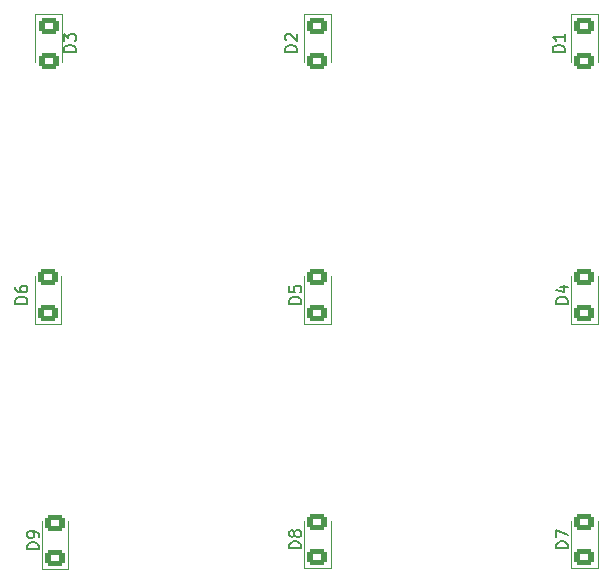
<source format=gto>
G04 #@! TF.GenerationSoftware,KiCad,Pcbnew,7.0.9*
G04 #@! TF.CreationDate,2023-11-26T00:11:53+01:00*
G04 #@! TF.ProjectId,v1,76312e6b-6963-4616-945f-706362585858,rev?*
G04 #@! TF.SameCoordinates,Original*
G04 #@! TF.FileFunction,Legend,Top*
G04 #@! TF.FilePolarity,Positive*
%FSLAX46Y46*%
G04 Gerber Fmt 4.6, Leading zero omitted, Abs format (unit mm)*
G04 Created by KiCad (PCBNEW 7.0.9) date 2023-11-26 00:11:53*
%MOMM*%
%LPD*%
G01*
G04 APERTURE LIST*
G04 Aperture macros list*
%AMRoundRect*
0 Rectangle with rounded corners*
0 $1 Rounding radius*
0 $2 $3 $4 $5 $6 $7 $8 $9 X,Y pos of 4 corners*
0 Add a 4 corners polygon primitive as box body*
4,1,4,$2,$3,$4,$5,$6,$7,$8,$9,$2,$3,0*
0 Add four circle primitives for the rounded corners*
1,1,$1+$1,$2,$3*
1,1,$1+$1,$4,$5*
1,1,$1+$1,$6,$7*
1,1,$1+$1,$8,$9*
0 Add four rect primitives between the rounded corners*
20,1,$1+$1,$2,$3,$4,$5,0*
20,1,$1+$1,$4,$5,$6,$7,0*
20,1,$1+$1,$6,$7,$8,$9,0*
20,1,$1+$1,$8,$9,$2,$3,0*%
G04 Aperture macros list end*
%ADD10C,0.150000*%
%ADD11C,0.120000*%
%ADD12R,0.850000X0.850000*%
%ADD13O,0.850000X0.850000*%
%ADD14RoundRect,0.250001X-0.624999X0.462499X-0.624999X-0.462499X0.624999X-0.462499X0.624999X0.462499X0*%
%ADD15RoundRect,0.250001X0.624999X-0.462499X0.624999X0.462499X-0.624999X0.462499X-0.624999X-0.462499X0*%
%ADD16C,0.650000*%
%ADD17O,0.650000X0.950000*%
%ADD18O,1.400000X0.800000*%
G04 APERTURE END LIST*
D10*
X127274819Y-80738094D02*
X126274819Y-80738094D01*
X126274819Y-80738094D02*
X126274819Y-80499999D01*
X126274819Y-80499999D02*
X126322438Y-80357142D01*
X126322438Y-80357142D02*
X126417676Y-80261904D01*
X126417676Y-80261904D02*
X126512914Y-80214285D01*
X126512914Y-80214285D02*
X126703390Y-80166666D01*
X126703390Y-80166666D02*
X126846247Y-80166666D01*
X126846247Y-80166666D02*
X127036723Y-80214285D01*
X127036723Y-80214285D02*
X127131961Y-80261904D01*
X127131961Y-80261904D02*
X127227200Y-80357142D01*
X127227200Y-80357142D02*
X127274819Y-80499999D01*
X127274819Y-80499999D02*
X127274819Y-80738094D01*
X126274819Y-79833332D02*
X126274819Y-79214285D01*
X126274819Y-79214285D02*
X126655771Y-79547618D01*
X126655771Y-79547618D02*
X126655771Y-79404761D01*
X126655771Y-79404761D02*
X126703390Y-79309523D01*
X126703390Y-79309523D02*
X126751009Y-79261904D01*
X126751009Y-79261904D02*
X126846247Y-79214285D01*
X126846247Y-79214285D02*
X127084342Y-79214285D01*
X127084342Y-79214285D02*
X127179580Y-79261904D01*
X127179580Y-79261904D02*
X127227200Y-79309523D01*
X127227200Y-79309523D02*
X127274819Y-79404761D01*
X127274819Y-79404761D02*
X127274819Y-79690475D01*
X127274819Y-79690475D02*
X127227200Y-79785713D01*
X127227200Y-79785713D02*
X127179580Y-79833332D01*
X124154819Y-122825594D02*
X123154819Y-122825594D01*
X123154819Y-122825594D02*
X123154819Y-122587499D01*
X123154819Y-122587499D02*
X123202438Y-122444642D01*
X123202438Y-122444642D02*
X123297676Y-122349404D01*
X123297676Y-122349404D02*
X123392914Y-122301785D01*
X123392914Y-122301785D02*
X123583390Y-122254166D01*
X123583390Y-122254166D02*
X123726247Y-122254166D01*
X123726247Y-122254166D02*
X123916723Y-122301785D01*
X123916723Y-122301785D02*
X124011961Y-122349404D01*
X124011961Y-122349404D02*
X124107200Y-122444642D01*
X124107200Y-122444642D02*
X124154819Y-122587499D01*
X124154819Y-122587499D02*
X124154819Y-122825594D01*
X124154819Y-121777975D02*
X124154819Y-121587499D01*
X124154819Y-121587499D02*
X124107200Y-121492261D01*
X124107200Y-121492261D02*
X124059580Y-121444642D01*
X124059580Y-121444642D02*
X123916723Y-121349404D01*
X123916723Y-121349404D02*
X123726247Y-121301785D01*
X123726247Y-121301785D02*
X123345295Y-121301785D01*
X123345295Y-121301785D02*
X123250057Y-121349404D01*
X123250057Y-121349404D02*
X123202438Y-121397023D01*
X123202438Y-121397023D02*
X123154819Y-121492261D01*
X123154819Y-121492261D02*
X123154819Y-121682737D01*
X123154819Y-121682737D02*
X123202438Y-121777975D01*
X123202438Y-121777975D02*
X123250057Y-121825594D01*
X123250057Y-121825594D02*
X123345295Y-121873213D01*
X123345295Y-121873213D02*
X123583390Y-121873213D01*
X123583390Y-121873213D02*
X123678628Y-121825594D01*
X123678628Y-121825594D02*
X123726247Y-121777975D01*
X123726247Y-121777975D02*
X123773866Y-121682737D01*
X123773866Y-121682737D02*
X123773866Y-121492261D01*
X123773866Y-121492261D02*
X123726247Y-121397023D01*
X123726247Y-121397023D02*
X123678628Y-121349404D01*
X123678628Y-121349404D02*
X123583390Y-121301785D01*
X123174819Y-102038094D02*
X122174819Y-102038094D01*
X122174819Y-102038094D02*
X122174819Y-101799999D01*
X122174819Y-101799999D02*
X122222438Y-101657142D01*
X122222438Y-101657142D02*
X122317676Y-101561904D01*
X122317676Y-101561904D02*
X122412914Y-101514285D01*
X122412914Y-101514285D02*
X122603390Y-101466666D01*
X122603390Y-101466666D02*
X122746247Y-101466666D01*
X122746247Y-101466666D02*
X122936723Y-101514285D01*
X122936723Y-101514285D02*
X123031961Y-101561904D01*
X123031961Y-101561904D02*
X123127200Y-101657142D01*
X123127200Y-101657142D02*
X123174819Y-101799999D01*
X123174819Y-101799999D02*
X123174819Y-102038094D01*
X122174819Y-100609523D02*
X122174819Y-100799999D01*
X122174819Y-100799999D02*
X122222438Y-100895237D01*
X122222438Y-100895237D02*
X122270057Y-100942856D01*
X122270057Y-100942856D02*
X122412914Y-101038094D01*
X122412914Y-101038094D02*
X122603390Y-101085713D01*
X122603390Y-101085713D02*
X122984342Y-101085713D01*
X122984342Y-101085713D02*
X123079580Y-101038094D01*
X123079580Y-101038094D02*
X123127200Y-100990475D01*
X123127200Y-100990475D02*
X123174819Y-100895237D01*
X123174819Y-100895237D02*
X123174819Y-100704761D01*
X123174819Y-100704761D02*
X123127200Y-100609523D01*
X123127200Y-100609523D02*
X123079580Y-100561904D01*
X123079580Y-100561904D02*
X122984342Y-100514285D01*
X122984342Y-100514285D02*
X122746247Y-100514285D01*
X122746247Y-100514285D02*
X122651009Y-100561904D01*
X122651009Y-100561904D02*
X122603390Y-100609523D01*
X122603390Y-100609523D02*
X122555771Y-100704761D01*
X122555771Y-100704761D02*
X122555771Y-100895237D01*
X122555771Y-100895237D02*
X122603390Y-100990475D01*
X122603390Y-100990475D02*
X122651009Y-101038094D01*
X122651009Y-101038094D02*
X122746247Y-101085713D01*
X145997619Y-80720094D02*
X144997619Y-80720094D01*
X144997619Y-80720094D02*
X144997619Y-80481999D01*
X144997619Y-80481999D02*
X145045238Y-80339142D01*
X145045238Y-80339142D02*
X145140476Y-80243904D01*
X145140476Y-80243904D02*
X145235714Y-80196285D01*
X145235714Y-80196285D02*
X145426190Y-80148666D01*
X145426190Y-80148666D02*
X145569047Y-80148666D01*
X145569047Y-80148666D02*
X145759523Y-80196285D01*
X145759523Y-80196285D02*
X145854761Y-80243904D01*
X145854761Y-80243904D02*
X145950000Y-80339142D01*
X145950000Y-80339142D02*
X145997619Y-80481999D01*
X145997619Y-80481999D02*
X145997619Y-80720094D01*
X145092857Y-79767713D02*
X145045238Y-79720094D01*
X145045238Y-79720094D02*
X144997619Y-79624856D01*
X144997619Y-79624856D02*
X144997619Y-79386761D01*
X144997619Y-79386761D02*
X145045238Y-79291523D01*
X145045238Y-79291523D02*
X145092857Y-79243904D01*
X145092857Y-79243904D02*
X145188095Y-79196285D01*
X145188095Y-79196285D02*
X145283333Y-79196285D01*
X145283333Y-79196285D02*
X145426190Y-79243904D01*
X145426190Y-79243904D02*
X145997619Y-79815332D01*
X145997619Y-79815332D02*
X145997619Y-79196285D01*
X168954819Y-102050594D02*
X167954819Y-102050594D01*
X167954819Y-102050594D02*
X167954819Y-101812499D01*
X167954819Y-101812499D02*
X168002438Y-101669642D01*
X168002438Y-101669642D02*
X168097676Y-101574404D01*
X168097676Y-101574404D02*
X168192914Y-101526785D01*
X168192914Y-101526785D02*
X168383390Y-101479166D01*
X168383390Y-101479166D02*
X168526247Y-101479166D01*
X168526247Y-101479166D02*
X168716723Y-101526785D01*
X168716723Y-101526785D02*
X168811961Y-101574404D01*
X168811961Y-101574404D02*
X168907200Y-101669642D01*
X168907200Y-101669642D02*
X168954819Y-101812499D01*
X168954819Y-101812499D02*
X168954819Y-102050594D01*
X168288152Y-100622023D02*
X168954819Y-100622023D01*
X167907200Y-100860118D02*
X168621485Y-101098213D01*
X168621485Y-101098213D02*
X168621485Y-100479166D01*
X146354819Y-102050594D02*
X145354819Y-102050594D01*
X145354819Y-102050594D02*
X145354819Y-101812499D01*
X145354819Y-101812499D02*
X145402438Y-101669642D01*
X145402438Y-101669642D02*
X145497676Y-101574404D01*
X145497676Y-101574404D02*
X145592914Y-101526785D01*
X145592914Y-101526785D02*
X145783390Y-101479166D01*
X145783390Y-101479166D02*
X145926247Y-101479166D01*
X145926247Y-101479166D02*
X146116723Y-101526785D01*
X146116723Y-101526785D02*
X146211961Y-101574404D01*
X146211961Y-101574404D02*
X146307200Y-101669642D01*
X146307200Y-101669642D02*
X146354819Y-101812499D01*
X146354819Y-101812499D02*
X146354819Y-102050594D01*
X145354819Y-100574404D02*
X145354819Y-101050594D01*
X145354819Y-101050594D02*
X145831009Y-101098213D01*
X145831009Y-101098213D02*
X145783390Y-101050594D01*
X145783390Y-101050594D02*
X145735771Y-100955356D01*
X145735771Y-100955356D02*
X145735771Y-100717261D01*
X145735771Y-100717261D02*
X145783390Y-100622023D01*
X145783390Y-100622023D02*
X145831009Y-100574404D01*
X145831009Y-100574404D02*
X145926247Y-100526785D01*
X145926247Y-100526785D02*
X146164342Y-100526785D01*
X146164342Y-100526785D02*
X146259580Y-100574404D01*
X146259580Y-100574404D02*
X146307200Y-100622023D01*
X146307200Y-100622023D02*
X146354819Y-100717261D01*
X146354819Y-100717261D02*
X146354819Y-100955356D01*
X146354819Y-100955356D02*
X146307200Y-101050594D01*
X146307200Y-101050594D02*
X146259580Y-101098213D01*
X168664819Y-80738094D02*
X167664819Y-80738094D01*
X167664819Y-80738094D02*
X167664819Y-80499999D01*
X167664819Y-80499999D02*
X167712438Y-80357142D01*
X167712438Y-80357142D02*
X167807676Y-80261904D01*
X167807676Y-80261904D02*
X167902914Y-80214285D01*
X167902914Y-80214285D02*
X168093390Y-80166666D01*
X168093390Y-80166666D02*
X168236247Y-80166666D01*
X168236247Y-80166666D02*
X168426723Y-80214285D01*
X168426723Y-80214285D02*
X168521961Y-80261904D01*
X168521961Y-80261904D02*
X168617200Y-80357142D01*
X168617200Y-80357142D02*
X168664819Y-80499999D01*
X168664819Y-80499999D02*
X168664819Y-80738094D01*
X168664819Y-79214285D02*
X168664819Y-79785713D01*
X168664819Y-79499999D02*
X167664819Y-79499999D01*
X167664819Y-79499999D02*
X167807676Y-79595237D01*
X167807676Y-79595237D02*
X167902914Y-79690475D01*
X167902914Y-79690475D02*
X167950533Y-79785713D01*
X146354819Y-122750594D02*
X145354819Y-122750594D01*
X145354819Y-122750594D02*
X145354819Y-122512499D01*
X145354819Y-122512499D02*
X145402438Y-122369642D01*
X145402438Y-122369642D02*
X145497676Y-122274404D01*
X145497676Y-122274404D02*
X145592914Y-122226785D01*
X145592914Y-122226785D02*
X145783390Y-122179166D01*
X145783390Y-122179166D02*
X145926247Y-122179166D01*
X145926247Y-122179166D02*
X146116723Y-122226785D01*
X146116723Y-122226785D02*
X146211961Y-122274404D01*
X146211961Y-122274404D02*
X146307200Y-122369642D01*
X146307200Y-122369642D02*
X146354819Y-122512499D01*
X146354819Y-122512499D02*
X146354819Y-122750594D01*
X145783390Y-121607737D02*
X145735771Y-121702975D01*
X145735771Y-121702975D02*
X145688152Y-121750594D01*
X145688152Y-121750594D02*
X145592914Y-121798213D01*
X145592914Y-121798213D02*
X145545295Y-121798213D01*
X145545295Y-121798213D02*
X145450057Y-121750594D01*
X145450057Y-121750594D02*
X145402438Y-121702975D01*
X145402438Y-121702975D02*
X145354819Y-121607737D01*
X145354819Y-121607737D02*
X145354819Y-121417261D01*
X145354819Y-121417261D02*
X145402438Y-121322023D01*
X145402438Y-121322023D02*
X145450057Y-121274404D01*
X145450057Y-121274404D02*
X145545295Y-121226785D01*
X145545295Y-121226785D02*
X145592914Y-121226785D01*
X145592914Y-121226785D02*
X145688152Y-121274404D01*
X145688152Y-121274404D02*
X145735771Y-121322023D01*
X145735771Y-121322023D02*
X145783390Y-121417261D01*
X145783390Y-121417261D02*
X145783390Y-121607737D01*
X145783390Y-121607737D02*
X145831009Y-121702975D01*
X145831009Y-121702975D02*
X145878628Y-121750594D01*
X145878628Y-121750594D02*
X145973866Y-121798213D01*
X145973866Y-121798213D02*
X146164342Y-121798213D01*
X146164342Y-121798213D02*
X146259580Y-121750594D01*
X146259580Y-121750594D02*
X146307200Y-121702975D01*
X146307200Y-121702975D02*
X146354819Y-121607737D01*
X146354819Y-121607737D02*
X146354819Y-121417261D01*
X146354819Y-121417261D02*
X146307200Y-121322023D01*
X146307200Y-121322023D02*
X146259580Y-121274404D01*
X146259580Y-121274404D02*
X146164342Y-121226785D01*
X146164342Y-121226785D02*
X145973866Y-121226785D01*
X145973866Y-121226785D02*
X145878628Y-121274404D01*
X145878628Y-121274404D02*
X145831009Y-121322023D01*
X145831009Y-121322023D02*
X145783390Y-121417261D01*
X168954819Y-122750594D02*
X167954819Y-122750594D01*
X167954819Y-122750594D02*
X167954819Y-122512499D01*
X167954819Y-122512499D02*
X168002438Y-122369642D01*
X168002438Y-122369642D02*
X168097676Y-122274404D01*
X168097676Y-122274404D02*
X168192914Y-122226785D01*
X168192914Y-122226785D02*
X168383390Y-122179166D01*
X168383390Y-122179166D02*
X168526247Y-122179166D01*
X168526247Y-122179166D02*
X168716723Y-122226785D01*
X168716723Y-122226785D02*
X168811961Y-122274404D01*
X168811961Y-122274404D02*
X168907200Y-122369642D01*
X168907200Y-122369642D02*
X168954819Y-122512499D01*
X168954819Y-122512499D02*
X168954819Y-122750594D01*
X167954819Y-121845832D02*
X167954819Y-121179166D01*
X167954819Y-121179166D02*
X168954819Y-121607737D01*
D11*
X126135000Y-77540000D02*
X123865000Y-77540000D01*
X123865000Y-77540000D02*
X123865000Y-81600000D01*
X126135000Y-81600000D02*
X126135000Y-77540000D01*
X124385000Y-124547500D02*
X126655000Y-124547500D01*
X126655000Y-124547500D02*
X126655000Y-120487500D01*
X124385000Y-120487500D02*
X124385000Y-124547500D01*
X123785000Y-103772500D02*
X126055000Y-103772500D01*
X126055000Y-103772500D02*
X126055000Y-99712500D01*
X123785000Y-99712500D02*
X123785000Y-103772500D01*
X148855000Y-77540000D02*
X146585000Y-77540000D01*
X146585000Y-77540000D02*
X146585000Y-81600000D01*
X148855000Y-81600000D02*
X148855000Y-77540000D01*
X169185000Y-103772500D02*
X171455000Y-103772500D01*
X171455000Y-103772500D02*
X171455000Y-99712500D01*
X169185000Y-99712500D02*
X169185000Y-103772500D01*
X146585000Y-103772500D02*
X148855000Y-103772500D01*
X148855000Y-103772500D02*
X148855000Y-99712500D01*
X146585000Y-99712500D02*
X146585000Y-103772500D01*
X171455000Y-77540000D02*
X169185000Y-77540000D01*
X169185000Y-77540000D02*
X169185000Y-81600000D01*
X171455000Y-81600000D02*
X171455000Y-77540000D01*
X146585000Y-124472500D02*
X148855000Y-124472500D01*
X148855000Y-124472500D02*
X148855000Y-120412500D01*
X146585000Y-120412500D02*
X146585000Y-124472500D01*
X169185000Y-124472500D02*
X171455000Y-124472500D01*
X171455000Y-124472500D02*
X171455000Y-120412500D01*
X169185000Y-120412500D02*
X169185000Y-124472500D01*
%LPC*%
D12*
X153320000Y-115400000D03*
D13*
X154320000Y-115400000D03*
X155320000Y-115400000D03*
X156320000Y-115400000D03*
X157320000Y-115400000D03*
D14*
X125000000Y-78512500D03*
X125000000Y-81487500D03*
D15*
X125520000Y-123575000D03*
X125520000Y-120600000D03*
X124920000Y-102800000D03*
X124920000Y-99825000D03*
D14*
X147720000Y-78512500D03*
X147720000Y-81487500D03*
D15*
X170320000Y-102800000D03*
X170320000Y-99825000D03*
X147720000Y-102800000D03*
X147720000Y-99825000D03*
D14*
X170320000Y-78512500D03*
X170320000Y-81487500D03*
D15*
X147720000Y-123500000D03*
X147720000Y-120525000D03*
X170320000Y-123500000D03*
X170320000Y-120525000D03*
D16*
X128620000Y-104910000D03*
D17*
X128620000Y-97710000D03*
D18*
X121420000Y-105800000D03*
X127370000Y-105440000D03*
X127370000Y-97180000D03*
X121420000Y-96820000D03*
%LPD*%
M02*

</source>
